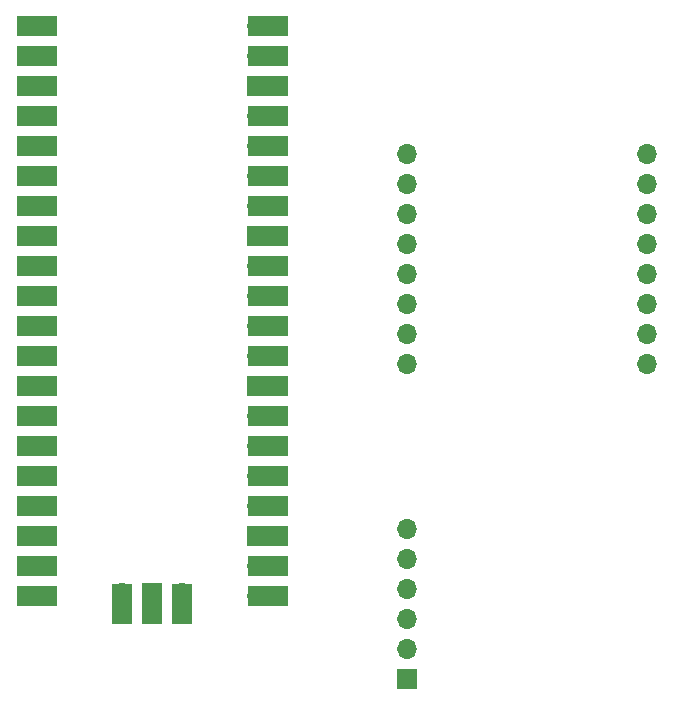
<source format=gts>
G04 #@! TF.GenerationSoftware,KiCad,Pcbnew,(6.0.8)*
G04 #@! TF.CreationDate,2024-02-14T20:34:26-05:00*
G04 #@! TF.ProjectId,boat,626f6174-2e6b-4696-9361-645f70636258,rev?*
G04 #@! TF.SameCoordinates,Original*
G04 #@! TF.FileFunction,Soldermask,Top*
G04 #@! TF.FilePolarity,Negative*
%FSLAX46Y46*%
G04 Gerber Fmt 4.6, Leading zero omitted, Abs format (unit mm)*
G04 Created by KiCad (PCBNEW (6.0.8)) date 2024-02-14 20:34:26*
%MOMM*%
%LPD*%
G01*
G04 APERTURE LIST*
%ADD10O,1.700000X1.700000*%
%ADD11R,3.500000X1.700000*%
%ADD12R,1.700000X1.700000*%
%ADD13R,1.700000X3.500000*%
G04 APERTURE END LIST*
D10*
X180340000Y-95250000D03*
X180340000Y-92710000D03*
X180340000Y-90170000D03*
X180340000Y-87630000D03*
X180340000Y-85090000D03*
X180340000Y-82550000D03*
X180340000Y-80010000D03*
X180340000Y-77470000D03*
X160020000Y-77470000D03*
X160020000Y-80010000D03*
X160020000Y-82550000D03*
X160020000Y-85090000D03*
X160020000Y-87630000D03*
X160020000Y-90170000D03*
X160020000Y-92710000D03*
X160020000Y-95250000D03*
D11*
X128640000Y-66640000D03*
D10*
X129540000Y-66640000D03*
X129540000Y-69180000D03*
D11*
X128640000Y-69180000D03*
D12*
X129540000Y-71720000D03*
D11*
X128640000Y-71720000D03*
D10*
X129540000Y-74260000D03*
D11*
X128640000Y-74260000D03*
X128640000Y-76800000D03*
D10*
X129540000Y-76800000D03*
X129540000Y-79340000D03*
D11*
X128640000Y-79340000D03*
D10*
X129540000Y-81880000D03*
D11*
X128640000Y-81880000D03*
X128640000Y-84420000D03*
D12*
X129540000Y-84420000D03*
D11*
X128640000Y-86960000D03*
D10*
X129540000Y-86960000D03*
X129540000Y-89500000D03*
D11*
X128640000Y-89500000D03*
D10*
X129540000Y-92040000D03*
D11*
X128640000Y-92040000D03*
D10*
X129540000Y-94580000D03*
D11*
X128640000Y-94580000D03*
X128640000Y-97120000D03*
D12*
X129540000Y-97120000D03*
D10*
X129540000Y-99660000D03*
D11*
X128640000Y-99660000D03*
D10*
X129540000Y-102200000D03*
D11*
X128640000Y-102200000D03*
D10*
X129540000Y-104740000D03*
D11*
X128640000Y-104740000D03*
D10*
X129540000Y-107280000D03*
D11*
X128640000Y-107280000D03*
X128640000Y-109820000D03*
D12*
X129540000Y-109820000D03*
D11*
X128640000Y-112360000D03*
D10*
X129540000Y-112360000D03*
X129540000Y-114900000D03*
D11*
X128640000Y-114900000D03*
X148220000Y-114900000D03*
D10*
X147320000Y-114900000D03*
X147320000Y-112360000D03*
D11*
X148220000Y-112360000D03*
X148220000Y-109820000D03*
D12*
X147320000Y-109820000D03*
D10*
X147320000Y-107280000D03*
D11*
X148220000Y-107280000D03*
D10*
X147320000Y-104740000D03*
D11*
X148220000Y-104740000D03*
D10*
X147320000Y-102200000D03*
D11*
X148220000Y-102200000D03*
X148220000Y-99660000D03*
D10*
X147320000Y-99660000D03*
D12*
X147320000Y-97120000D03*
D11*
X148220000Y-97120000D03*
D10*
X147320000Y-94580000D03*
D11*
X148220000Y-94580000D03*
X148220000Y-92040000D03*
D10*
X147320000Y-92040000D03*
D11*
X148220000Y-89500000D03*
D10*
X147320000Y-89500000D03*
D11*
X148220000Y-86960000D03*
D10*
X147320000Y-86960000D03*
D11*
X148220000Y-84420000D03*
D12*
X147320000Y-84420000D03*
D10*
X147320000Y-81880000D03*
D11*
X148220000Y-81880000D03*
D10*
X147320000Y-79340000D03*
D11*
X148220000Y-79340000D03*
X148220000Y-76800000D03*
D10*
X147320000Y-76800000D03*
D11*
X148220000Y-74260000D03*
D10*
X147320000Y-74260000D03*
D11*
X148220000Y-71720000D03*
D12*
X147320000Y-71720000D03*
D10*
X147320000Y-69180000D03*
D11*
X148220000Y-69180000D03*
X148220000Y-66640000D03*
D10*
X147320000Y-66640000D03*
D13*
X135890000Y-115570000D03*
D10*
X135890000Y-114670000D03*
D12*
X138430000Y-114670000D03*
D13*
X138430000Y-115570000D03*
X140970000Y-115570000D03*
D10*
X140970000Y-114670000D03*
D12*
X160020000Y-121920000D03*
D10*
X160020000Y-119380000D03*
X160020000Y-116840000D03*
X160020000Y-114300000D03*
X160020000Y-111760000D03*
X160020000Y-109220000D03*
M02*

</source>
